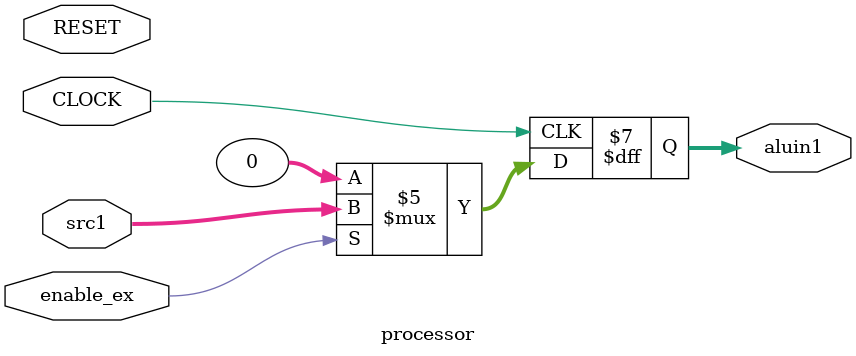
<source format=sv>
module processor(
input [31:0]src1,
input enable_ex,CLOCK,RESET,
output reg [31:0]aluin1);

always@(posedge CLOCK)
begin
if (!RESET)
aluin1<= {32{1'b0}};
if(enable_ex==1)
aluin1<=src1;
else
aluin1<= {32{1'b0}};
end
endmodule

</source>
